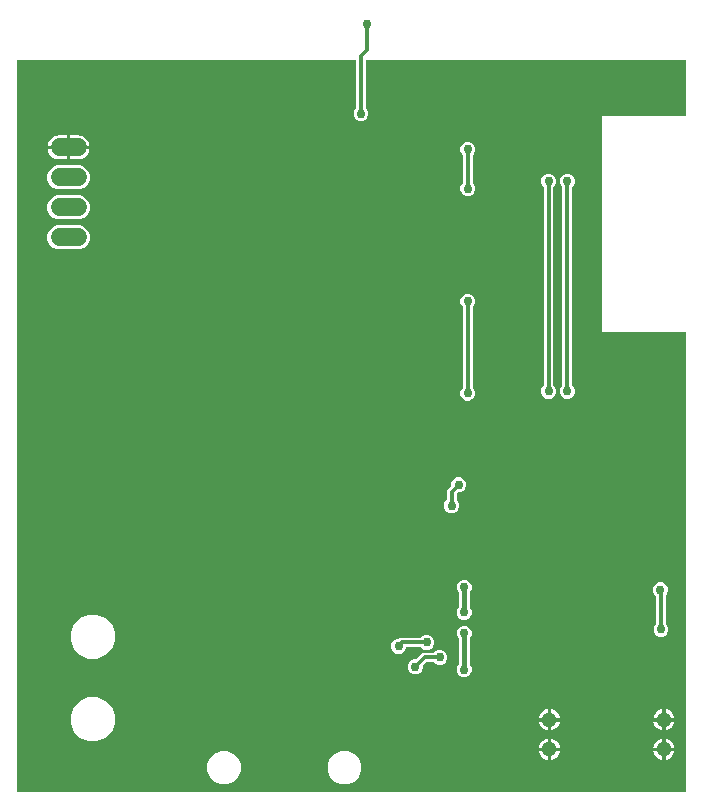
<source format=gbr>
G04 EAGLE Gerber RS-274X export*
G75*
%MOMM*%
%FSLAX34Y34*%
%LPD*%
%INBottom Copper*%
%IPPOS*%
%AMOC8*
5,1,8,0,0,1.08239X$1,22.5*%
G01*
%ADD10C,1.308000*%
%ADD11C,1.524000*%
%ADD12C,0.756400*%
%ADD13C,0.304800*%
%ADD14C,0.406400*%

G36*
X576447Y10164D02*
X576447Y10164D01*
X576467Y10162D01*
X576568Y10184D01*
X576670Y10200D01*
X576688Y10210D01*
X576707Y10214D01*
X576796Y10267D01*
X576887Y10316D01*
X576901Y10330D01*
X576918Y10340D01*
X576986Y10419D01*
X577057Y10494D01*
X577065Y10512D01*
X577078Y10527D01*
X577117Y10623D01*
X577160Y10717D01*
X577163Y10737D01*
X577170Y10755D01*
X577188Y10922D01*
X577188Y13156D01*
X577189Y13161D01*
X577214Y108006D01*
X577214Y398463D01*
X577211Y398482D01*
X577213Y398502D01*
X577191Y398603D01*
X577175Y398705D01*
X577165Y398723D01*
X577161Y398742D01*
X577108Y398831D01*
X577059Y398923D01*
X577045Y398936D01*
X577035Y398953D01*
X576956Y399021D01*
X576881Y399092D01*
X576863Y399100D01*
X576848Y399113D01*
X576752Y399152D01*
X576658Y399196D01*
X576638Y399198D01*
X576620Y399205D01*
X576453Y399224D01*
X505586Y399224D01*
X505586Y581851D01*
X576453Y581851D01*
X576473Y581854D01*
X576492Y581852D01*
X576594Y581874D01*
X576696Y581891D01*
X576713Y581900D01*
X576733Y581905D01*
X576822Y581958D01*
X576913Y582006D01*
X576927Y582021D01*
X576944Y582031D01*
X577011Y582109D01*
X577083Y582184D01*
X577091Y582202D01*
X577104Y582218D01*
X577143Y582314D01*
X577186Y582408D01*
X577188Y582427D01*
X577196Y582446D01*
X577214Y582613D01*
X577214Y628650D01*
X577211Y628670D01*
X577213Y628689D01*
X577191Y628791D01*
X577175Y628893D01*
X577165Y628910D01*
X577161Y628930D01*
X577108Y629019D01*
X577059Y629110D01*
X577045Y629124D01*
X577035Y629141D01*
X576956Y629208D01*
X576881Y629280D01*
X576863Y629288D01*
X576848Y629301D01*
X576752Y629340D01*
X576658Y629383D01*
X576638Y629385D01*
X576620Y629393D01*
X576453Y629411D01*
X306451Y629411D01*
X306431Y629408D01*
X306412Y629410D01*
X306310Y629388D01*
X306208Y629372D01*
X306191Y629362D01*
X306171Y629358D01*
X306082Y629305D01*
X305991Y629256D01*
X305977Y629242D01*
X305960Y629232D01*
X305893Y629153D01*
X305821Y629078D01*
X305813Y629060D01*
X305800Y629045D01*
X305761Y628949D01*
X305718Y628855D01*
X305716Y628835D01*
X305708Y628817D01*
X305690Y628650D01*
X305690Y589392D01*
X305704Y589302D01*
X305712Y589211D01*
X305724Y589182D01*
X305729Y589150D01*
X305772Y589069D01*
X305808Y588985D01*
X305834Y588953D01*
X305845Y588932D01*
X305868Y588910D01*
X305913Y588854D01*
X306985Y587782D01*
X307948Y585458D01*
X307948Y582942D01*
X306985Y580618D01*
X305207Y578840D01*
X302883Y577877D01*
X300367Y577877D01*
X298043Y578840D01*
X296265Y580618D01*
X295302Y582942D01*
X295302Y585458D01*
X296265Y587782D01*
X297337Y588854D01*
X297390Y588928D01*
X297450Y588997D01*
X297462Y589028D01*
X297481Y589054D01*
X297508Y589141D01*
X297542Y589226D01*
X297546Y589267D01*
X297553Y589289D01*
X297552Y589321D01*
X297560Y589392D01*
X297560Y628650D01*
X297557Y628670D01*
X297559Y628689D01*
X297537Y628791D01*
X297521Y628893D01*
X297511Y628910D01*
X297507Y628930D01*
X297454Y629019D01*
X297405Y629110D01*
X297391Y629124D01*
X297381Y629141D01*
X297302Y629208D01*
X297227Y629280D01*
X297209Y629288D01*
X297194Y629301D01*
X297098Y629340D01*
X297004Y629383D01*
X296984Y629385D01*
X296966Y629393D01*
X296799Y629411D01*
X10922Y629411D01*
X10902Y629408D01*
X10883Y629410D01*
X10781Y629388D01*
X10679Y629372D01*
X10662Y629362D01*
X10642Y629358D01*
X10553Y629305D01*
X10462Y629256D01*
X10448Y629242D01*
X10431Y629232D01*
X10364Y629153D01*
X10292Y629078D01*
X10284Y629060D01*
X10271Y629045D01*
X10232Y628949D01*
X10189Y628855D01*
X10187Y628835D01*
X10179Y628817D01*
X10161Y628650D01*
X10161Y10922D01*
X10164Y10902D01*
X10162Y10883D01*
X10184Y10781D01*
X10200Y10679D01*
X10210Y10662D01*
X10214Y10642D01*
X10267Y10553D01*
X10316Y10462D01*
X10330Y10448D01*
X10340Y10431D01*
X10419Y10364D01*
X10494Y10292D01*
X10512Y10284D01*
X10527Y10271D01*
X10623Y10232D01*
X10717Y10189D01*
X10737Y10187D01*
X10755Y10179D01*
X10922Y10161D01*
X576427Y10161D01*
X576447Y10164D01*
G37*
%LPC*%
G36*
X474992Y342927D02*
X474992Y342927D01*
X472668Y343890D01*
X470890Y345668D01*
X469927Y347992D01*
X469927Y350508D01*
X470890Y352832D01*
X471962Y353904D01*
X472015Y353978D01*
X472075Y354047D01*
X472087Y354078D01*
X472106Y354104D01*
X472133Y354191D01*
X472167Y354276D01*
X472171Y354317D01*
X472178Y354339D01*
X472177Y354371D01*
X472185Y354442D01*
X472185Y521858D01*
X472171Y521948D01*
X472163Y522039D01*
X472151Y522068D01*
X472146Y522100D01*
X472103Y522181D01*
X472067Y522265D01*
X472041Y522297D01*
X472030Y522318D01*
X472007Y522340D01*
X471962Y522396D01*
X470890Y523468D01*
X469927Y525792D01*
X469927Y528308D01*
X470890Y530632D01*
X472668Y532410D01*
X474992Y533373D01*
X477508Y533373D01*
X479832Y532410D01*
X481610Y530632D01*
X482573Y528308D01*
X482573Y525792D01*
X481610Y523468D01*
X480538Y522396D01*
X480485Y522322D01*
X480425Y522253D01*
X480413Y522222D01*
X480394Y522196D01*
X480367Y522109D01*
X480333Y522024D01*
X480329Y521983D01*
X480322Y521961D01*
X480323Y521929D01*
X480315Y521858D01*
X480315Y354442D01*
X480329Y354352D01*
X480337Y354261D01*
X480349Y354232D01*
X480354Y354200D01*
X480397Y354119D01*
X480433Y354035D01*
X480459Y354003D01*
X480470Y353982D01*
X480493Y353960D01*
X480538Y353904D01*
X481610Y352832D01*
X482573Y350508D01*
X482573Y347992D01*
X481610Y345668D01*
X479832Y343890D01*
X477508Y342927D01*
X474992Y342927D01*
G37*
%LPD*%
%LPC*%
G36*
X459117Y342927D02*
X459117Y342927D01*
X456793Y343890D01*
X455015Y345668D01*
X454052Y347992D01*
X454052Y350508D01*
X455015Y352832D01*
X456087Y353904D01*
X456140Y353978D01*
X456200Y354047D01*
X456212Y354078D01*
X456231Y354104D01*
X456258Y354191D01*
X456292Y354276D01*
X456296Y354317D01*
X456303Y354339D01*
X456302Y354371D01*
X456310Y354442D01*
X456310Y521858D01*
X456296Y521948D01*
X456288Y522039D01*
X456276Y522068D01*
X456271Y522100D01*
X456228Y522181D01*
X456192Y522265D01*
X456166Y522297D01*
X456155Y522318D01*
X456132Y522340D01*
X456087Y522396D01*
X455015Y523468D01*
X454052Y525792D01*
X454052Y528308D01*
X455015Y530632D01*
X456793Y532410D01*
X459117Y533373D01*
X461633Y533373D01*
X463957Y532410D01*
X465735Y530632D01*
X466698Y528308D01*
X466698Y525792D01*
X465735Y523468D01*
X464663Y522396D01*
X464610Y522322D01*
X464550Y522253D01*
X464538Y522222D01*
X464519Y522196D01*
X464492Y522109D01*
X464458Y522024D01*
X464454Y521983D01*
X464447Y521961D01*
X464448Y521929D01*
X464440Y521858D01*
X464440Y354442D01*
X464454Y354352D01*
X464462Y354261D01*
X464474Y354232D01*
X464479Y354200D01*
X464522Y354119D01*
X464558Y354035D01*
X464584Y354003D01*
X464595Y353982D01*
X464618Y353960D01*
X464663Y353904D01*
X465735Y352832D01*
X466698Y350508D01*
X466698Y347992D01*
X465735Y345668D01*
X463957Y343890D01*
X461633Y342927D01*
X459117Y342927D01*
G37*
%LPD*%
%LPC*%
G36*
X70901Y122852D02*
X70901Y122852D01*
X64042Y125693D01*
X58793Y130942D01*
X55952Y137801D01*
X55952Y145224D01*
X58793Y152083D01*
X64042Y157332D01*
X70901Y160173D01*
X78324Y160173D01*
X85183Y157332D01*
X90432Y152083D01*
X93273Y145224D01*
X93273Y137801D01*
X90432Y130942D01*
X85183Y125693D01*
X78324Y122852D01*
X70901Y122852D01*
G37*
%LPD*%
%LPC*%
G36*
X70901Y52852D02*
X70901Y52852D01*
X64042Y55693D01*
X58793Y60942D01*
X55952Y67801D01*
X55952Y75224D01*
X58793Y82083D01*
X64042Y87332D01*
X70901Y90173D01*
X78324Y90173D01*
X85183Y87332D01*
X90432Y82083D01*
X93273Y75224D01*
X93273Y67801D01*
X90432Y60942D01*
X85183Y55693D01*
X78324Y52852D01*
X70901Y52852D01*
G37*
%LPD*%
%LPC*%
G36*
X390855Y341340D02*
X390855Y341340D01*
X388531Y342302D01*
X386752Y344081D01*
X385790Y346405D01*
X385790Y348920D01*
X386752Y351244D01*
X387825Y352317D01*
X387878Y352390D01*
X387937Y352460D01*
X387950Y352490D01*
X387968Y352516D01*
X387995Y352603D01*
X388029Y352688D01*
X388034Y352729D01*
X388041Y352751D01*
X388040Y352784D01*
X388048Y352855D01*
X388048Y420258D01*
X388033Y420348D01*
X388026Y420439D01*
X388013Y420468D01*
X388008Y420500D01*
X387965Y420581D01*
X387930Y420665D01*
X387904Y420697D01*
X387893Y420718D01*
X387870Y420740D01*
X387825Y420796D01*
X386752Y421868D01*
X385790Y424192D01*
X385790Y426708D01*
X386752Y429032D01*
X388531Y430810D01*
X390855Y431773D01*
X393370Y431773D01*
X395694Y430810D01*
X397473Y429032D01*
X398435Y426708D01*
X398435Y424192D01*
X397473Y421868D01*
X396400Y420796D01*
X396347Y420722D01*
X396288Y420653D01*
X396275Y420622D01*
X396257Y420596D01*
X396230Y420509D01*
X396196Y420424D01*
X396191Y420383D01*
X396184Y420361D01*
X396185Y420329D01*
X396177Y420258D01*
X396177Y352855D01*
X396192Y352765D01*
X396199Y352674D01*
X396212Y352644D01*
X396217Y352612D01*
X396260Y352531D01*
X396295Y352447D01*
X396321Y352415D01*
X396332Y352395D01*
X396355Y352372D01*
X396400Y352317D01*
X397473Y351244D01*
X398435Y348920D01*
X398435Y346405D01*
X397473Y344081D01*
X395694Y342302D01*
X393370Y341340D01*
X390855Y341340D01*
G37*
%LPD*%
%LPC*%
G36*
X44334Y494664D02*
X44334Y494664D01*
X40599Y496211D01*
X37741Y499069D01*
X36194Y502804D01*
X36194Y506846D01*
X37741Y510581D01*
X40599Y513439D01*
X44334Y514986D01*
X63616Y514986D01*
X67351Y513439D01*
X70209Y510581D01*
X71756Y506846D01*
X71756Y502804D01*
X70209Y499069D01*
X67351Y496211D01*
X63616Y494664D01*
X44334Y494664D01*
G37*
%LPD*%
%LPC*%
G36*
X44334Y520064D02*
X44334Y520064D01*
X40599Y521611D01*
X37741Y524469D01*
X36194Y528204D01*
X36194Y532246D01*
X37741Y535981D01*
X40599Y538839D01*
X44334Y540386D01*
X63616Y540386D01*
X67351Y538839D01*
X70209Y535981D01*
X71756Y532246D01*
X71756Y528204D01*
X70209Y524469D01*
X67351Y521611D01*
X63616Y520064D01*
X44334Y520064D01*
G37*
%LPD*%
%LPC*%
G36*
X44334Y469264D02*
X44334Y469264D01*
X40599Y470811D01*
X37741Y473669D01*
X36194Y477404D01*
X36194Y481446D01*
X37741Y485181D01*
X40599Y488039D01*
X44334Y489586D01*
X63616Y489586D01*
X67351Y488039D01*
X70209Y485181D01*
X71756Y481446D01*
X71756Y477404D01*
X70209Y473669D01*
X67351Y470811D01*
X63616Y469264D01*
X44334Y469264D01*
G37*
%LPD*%
%LPC*%
G36*
X284721Y16289D02*
X284721Y16289D01*
X279516Y18445D01*
X275533Y22429D01*
X273377Y27633D01*
X273377Y33267D01*
X275533Y38471D01*
X279516Y42455D01*
X284721Y44611D01*
X290354Y44611D01*
X295559Y42455D01*
X299542Y38471D01*
X301698Y33267D01*
X301698Y27633D01*
X299542Y22429D01*
X295559Y18445D01*
X290354Y16289D01*
X284721Y16289D01*
G37*
%LPD*%
%LPC*%
G36*
X182721Y16289D02*
X182721Y16289D01*
X177516Y18445D01*
X173533Y22429D01*
X171377Y27633D01*
X171377Y33267D01*
X173533Y38471D01*
X177516Y42455D01*
X182721Y44611D01*
X188354Y44611D01*
X193559Y42455D01*
X197542Y38471D01*
X199698Y33267D01*
X199698Y27633D01*
X197542Y22429D01*
X193559Y18445D01*
X188354Y16289D01*
X182721Y16289D01*
G37*
%LPD*%
%LPC*%
G36*
X387680Y107184D02*
X387680Y107184D01*
X385356Y108146D01*
X383577Y109925D01*
X382615Y112249D01*
X382615Y114764D01*
X383577Y117088D01*
X384142Y117652D01*
X384195Y117726D01*
X384254Y117796D01*
X384267Y117826D01*
X384285Y117852D01*
X384312Y117939D01*
X384346Y118024D01*
X384351Y118065D01*
X384358Y118087D01*
X384357Y118119D01*
X384365Y118191D01*
X384365Y139778D01*
X384350Y139868D01*
X384343Y139959D01*
X384330Y139989D01*
X384325Y140021D01*
X384282Y140102D01*
X384247Y140186D01*
X384221Y140218D01*
X384210Y140238D01*
X384187Y140261D01*
X384142Y140316D01*
X383577Y140881D01*
X382615Y143205D01*
X382615Y145720D01*
X383577Y148044D01*
X385356Y149823D01*
X387680Y150785D01*
X390195Y150785D01*
X392519Y149823D01*
X394298Y148044D01*
X395260Y145720D01*
X395260Y143205D01*
X394298Y140881D01*
X393733Y140316D01*
X393680Y140243D01*
X393621Y140173D01*
X393608Y140143D01*
X393590Y140117D01*
X393563Y140030D01*
X393529Y139945D01*
X393524Y139904D01*
X393517Y139882D01*
X393518Y139849D01*
X393510Y139778D01*
X393510Y118191D01*
X393525Y118100D01*
X393532Y118010D01*
X393545Y117980D01*
X393550Y117948D01*
X393593Y117867D01*
X393628Y117783D01*
X393654Y117751D01*
X393665Y117730D01*
X393688Y117708D01*
X393733Y117652D01*
X394298Y117088D01*
X395260Y114764D01*
X395260Y112249D01*
X394298Y109925D01*
X392519Y108146D01*
X390195Y107184D01*
X387680Y107184D01*
G37*
%LPD*%
%LPC*%
G36*
X554367Y141315D02*
X554367Y141315D01*
X552043Y142277D01*
X550265Y144056D01*
X549302Y146380D01*
X549302Y148895D01*
X550265Y151219D01*
X551337Y152292D01*
X551390Y152365D01*
X551450Y152435D01*
X551462Y152465D01*
X551481Y152491D01*
X551508Y152578D01*
X551542Y152663D01*
X551546Y152704D01*
X551553Y152726D01*
X551552Y152759D01*
X551560Y152830D01*
X551560Y175303D01*
X551546Y175393D01*
X551538Y175484D01*
X551526Y175513D01*
X551521Y175545D01*
X551478Y175626D01*
X551442Y175710D01*
X551416Y175742D01*
X551405Y175763D01*
X551382Y175785D01*
X551337Y175841D01*
X549785Y177393D01*
X548822Y179717D01*
X548822Y182233D01*
X549785Y184557D01*
X551563Y186335D01*
X553887Y187298D01*
X556403Y187298D01*
X558727Y186335D01*
X560505Y184557D01*
X561468Y182233D01*
X561468Y179717D01*
X560505Y177393D01*
X559913Y176801D01*
X559860Y176727D01*
X559800Y176658D01*
X559788Y176627D01*
X559769Y176601D01*
X559742Y176514D01*
X559708Y176429D01*
X559704Y176388D01*
X559697Y176366D01*
X559698Y176334D01*
X559690Y176263D01*
X559690Y152830D01*
X559704Y152740D01*
X559712Y152649D01*
X559724Y152619D01*
X559729Y152587D01*
X559772Y152506D01*
X559808Y152422D01*
X559834Y152390D01*
X559845Y152370D01*
X559868Y152347D01*
X559913Y152292D01*
X560985Y151219D01*
X561948Y148895D01*
X561948Y146380D01*
X560985Y144056D01*
X559207Y142277D01*
X556883Y141315D01*
X554367Y141315D01*
G37*
%LPD*%
%LPC*%
G36*
X390855Y514377D02*
X390855Y514377D01*
X388531Y515340D01*
X386752Y517118D01*
X385790Y519442D01*
X385790Y521958D01*
X386752Y524282D01*
X387825Y525354D01*
X387878Y525428D01*
X387937Y525497D01*
X387949Y525527D01*
X387968Y525554D01*
X387995Y525641D01*
X388029Y525726D01*
X388034Y525766D01*
X388041Y525789D01*
X388040Y525821D01*
X388048Y525892D01*
X388048Y548845D01*
X388033Y548935D01*
X388026Y549026D01*
X388013Y549056D01*
X388008Y549088D01*
X387965Y549169D01*
X387930Y549253D01*
X387904Y549285D01*
X387893Y549305D01*
X387870Y549327D01*
X387825Y549384D01*
X386752Y550456D01*
X385790Y552780D01*
X385790Y555295D01*
X386752Y557619D01*
X388531Y559398D01*
X390855Y560360D01*
X393370Y560360D01*
X395694Y559398D01*
X397473Y557619D01*
X398435Y555295D01*
X398435Y552780D01*
X397473Y550456D01*
X396400Y549384D01*
X396347Y549310D01*
X396288Y549240D01*
X396276Y549210D01*
X396257Y549184D01*
X396230Y549097D01*
X396196Y549012D01*
X396191Y548971D01*
X396184Y548949D01*
X396185Y548917D01*
X396177Y548845D01*
X396177Y525892D01*
X396192Y525802D01*
X396199Y525711D01*
X396212Y525681D01*
X396217Y525650D01*
X396260Y525569D01*
X396295Y525485D01*
X396321Y525453D01*
X396332Y525432D01*
X396355Y525410D01*
X396400Y525354D01*
X397473Y524282D01*
X398435Y521958D01*
X398435Y519442D01*
X397473Y517118D01*
X395694Y515340D01*
X393370Y514377D01*
X390855Y514377D01*
G37*
%LPD*%
%LPC*%
G36*
X332117Y127027D02*
X332117Y127027D01*
X329793Y127990D01*
X328015Y129768D01*
X327052Y132092D01*
X327052Y134608D01*
X328015Y136932D01*
X329793Y138710D01*
X332117Y139673D01*
X333634Y139673D01*
X333724Y139687D01*
X333815Y139695D01*
X333845Y139707D01*
X333877Y139712D01*
X333957Y139755D01*
X334041Y139791D01*
X334073Y139817D01*
X334094Y139828D01*
X334116Y139851D01*
X334172Y139896D01*
X334866Y140590D01*
X351995Y140590D01*
X352085Y140604D01*
X352176Y140612D01*
X352206Y140624D01*
X352238Y140629D01*
X352319Y140672D01*
X352403Y140708D01*
X352435Y140734D01*
X352455Y140745D01*
X352477Y140768D01*
X352534Y140813D01*
X353606Y141885D01*
X355930Y142848D01*
X358445Y142848D01*
X360769Y141885D01*
X362548Y140107D01*
X363510Y137783D01*
X363510Y135267D01*
X362548Y132943D01*
X360769Y131165D01*
X358445Y130202D01*
X355930Y130202D01*
X353606Y131165D01*
X352534Y132237D01*
X352460Y132290D01*
X352390Y132350D01*
X352360Y132362D01*
X352334Y132381D01*
X352247Y132408D01*
X352162Y132442D01*
X352121Y132446D01*
X352099Y132453D01*
X352067Y132452D01*
X351995Y132460D01*
X340359Y132460D01*
X340244Y132441D01*
X340128Y132424D01*
X340122Y132422D01*
X340116Y132421D01*
X340013Y132366D01*
X339909Y132313D01*
X339904Y132308D01*
X339899Y132305D01*
X339818Y132221D01*
X339736Y132137D01*
X339733Y132131D01*
X339729Y132127D01*
X339721Y132110D01*
X339655Y131990D01*
X338735Y129768D01*
X336957Y127990D01*
X334633Y127027D01*
X332117Y127027D01*
G37*
%LPD*%
%LPC*%
G36*
X346405Y109565D02*
X346405Y109565D01*
X344081Y110527D01*
X342302Y112306D01*
X341340Y114630D01*
X341340Y117145D01*
X342302Y119469D01*
X344081Y121248D01*
X346405Y122210D01*
X347922Y122210D01*
X348012Y122225D01*
X348103Y122232D01*
X348132Y122245D01*
X348164Y122250D01*
X348245Y122293D01*
X348329Y122328D01*
X348361Y122354D01*
X348382Y122365D01*
X348404Y122388D01*
X348460Y122433D01*
X353916Y127890D01*
X363108Y127890D01*
X363198Y127904D01*
X363289Y127912D01*
X363318Y127924D01*
X363350Y127929D01*
X363431Y127972D01*
X363515Y128008D01*
X363547Y128034D01*
X363568Y128045D01*
X363590Y128068D01*
X363646Y128113D01*
X364718Y129185D01*
X367042Y130148D01*
X369558Y130148D01*
X371882Y129185D01*
X373660Y127407D01*
X374623Y125083D01*
X374623Y122567D01*
X373660Y120243D01*
X371882Y118465D01*
X369558Y117502D01*
X367042Y117502D01*
X364718Y118465D01*
X363646Y119537D01*
X363572Y119590D01*
X363503Y119650D01*
X363472Y119662D01*
X363446Y119681D01*
X363359Y119708D01*
X363274Y119742D01*
X363233Y119746D01*
X363211Y119753D01*
X363179Y119752D01*
X363108Y119760D01*
X357599Y119760D01*
X357509Y119746D01*
X357418Y119738D01*
X357388Y119726D01*
X357356Y119721D01*
X357276Y119678D01*
X357192Y119642D01*
X357160Y119616D01*
X357139Y119605D01*
X357117Y119582D01*
X357061Y119537D01*
X354208Y116685D01*
X354155Y116611D01*
X354096Y116541D01*
X354083Y116511D01*
X354065Y116485D01*
X354038Y116398D01*
X354004Y116313D01*
X353999Y116272D01*
X353992Y116250D01*
X353993Y116218D01*
X353985Y116147D01*
X353985Y114630D01*
X353023Y112306D01*
X351244Y110527D01*
X348920Y109565D01*
X346405Y109565D01*
G37*
%LPD*%
%LPC*%
G36*
X387680Y155602D02*
X387680Y155602D01*
X385356Y156565D01*
X383577Y158343D01*
X382615Y160667D01*
X382615Y163183D01*
X383577Y165507D01*
X384142Y166071D01*
X384195Y166145D01*
X384254Y166214D01*
X384267Y166245D01*
X384285Y166271D01*
X384312Y166358D01*
X384346Y166443D01*
X384351Y166484D01*
X384358Y166506D01*
X384357Y166538D01*
X384365Y166609D01*
X384365Y178672D01*
X384350Y178762D01*
X384343Y178853D01*
X384330Y178883D01*
X384325Y178915D01*
X384282Y178995D01*
X384247Y179079D01*
X384221Y179111D01*
X384210Y179132D01*
X384187Y179154D01*
X384142Y179210D01*
X383577Y179775D01*
X382615Y182099D01*
X382615Y184614D01*
X383577Y186938D01*
X385356Y188716D01*
X387680Y189679D01*
X390195Y189679D01*
X392519Y188716D01*
X394298Y186938D01*
X395260Y184614D01*
X395260Y182099D01*
X394298Y179775D01*
X393733Y179210D01*
X393680Y179136D01*
X393621Y179067D01*
X393608Y179037D01*
X393590Y179010D01*
X393563Y178924D01*
X393529Y178839D01*
X393524Y178798D01*
X393517Y178775D01*
X393518Y178743D01*
X393510Y178672D01*
X393510Y166609D01*
X393525Y166519D01*
X393532Y166428D01*
X393545Y166399D01*
X393550Y166367D01*
X393593Y166286D01*
X393628Y166202D01*
X393654Y166170D01*
X393665Y166149D01*
X393688Y166127D01*
X393733Y166071D01*
X394298Y165507D01*
X395260Y163183D01*
X395260Y160667D01*
X394298Y158343D01*
X392519Y156565D01*
X390195Y155602D01*
X387680Y155602D01*
G37*
%LPD*%
%LPC*%
G36*
X377167Y246090D02*
X377167Y246090D01*
X374843Y247052D01*
X373064Y248831D01*
X372102Y251155D01*
X372102Y253670D01*
X373064Y255994D01*
X374137Y257067D01*
X374185Y257133D01*
X374190Y257139D01*
X374192Y257143D01*
X374249Y257210D01*
X374262Y257240D01*
X374280Y257266D01*
X374307Y257353D01*
X374341Y257438D01*
X374346Y257479D01*
X374353Y257501D01*
X374352Y257534D01*
X374360Y257605D01*
X374360Y265808D01*
X376964Y268412D01*
X377629Y269078D01*
X377683Y269152D01*
X377742Y269221D01*
X377754Y269251D01*
X377773Y269277D01*
X377800Y269364D01*
X377834Y269449D01*
X377838Y269490D01*
X377845Y269512D01*
X377844Y269545D01*
X377852Y269616D01*
X377852Y271133D01*
X378815Y273457D01*
X380593Y275235D01*
X382917Y276198D01*
X385433Y276198D01*
X387757Y275235D01*
X389535Y273457D01*
X390498Y271133D01*
X390498Y268617D01*
X389535Y266293D01*
X387757Y264515D01*
X385433Y263552D01*
X383916Y263552D01*
X383826Y263538D01*
X383735Y263530D01*
X383705Y263518D01*
X383673Y263513D01*
X383593Y263470D01*
X383509Y263434D01*
X383476Y263408D01*
X383456Y263397D01*
X383434Y263374D01*
X383378Y263329D01*
X382712Y262664D01*
X382669Y262604D01*
X382630Y262563D01*
X382623Y262548D01*
X382600Y262520D01*
X382588Y262490D01*
X382569Y262464D01*
X382542Y262377D01*
X382530Y262347D01*
X382526Y262339D01*
X382526Y262338D01*
X382508Y262292D01*
X382503Y262251D01*
X382496Y262229D01*
X382497Y262197D01*
X382489Y262126D01*
X382489Y257605D01*
X382504Y257515D01*
X382511Y257424D01*
X382524Y257394D01*
X382529Y257362D01*
X382572Y257281D01*
X382607Y257197D01*
X382633Y257165D01*
X382644Y257145D01*
X382667Y257122D01*
X382712Y257067D01*
X383785Y255994D01*
X384747Y253670D01*
X384747Y251155D01*
X383785Y248831D01*
X382006Y247052D01*
X379682Y246090D01*
X377167Y246090D01*
G37*
%LPD*%
%LPC*%
G36*
X55498Y557148D02*
X55498Y557148D01*
X55498Y565786D01*
X62395Y565786D01*
X63974Y565536D01*
X65495Y565041D01*
X66920Y564315D01*
X68214Y563375D01*
X69345Y562244D01*
X70285Y560950D01*
X71011Y559525D01*
X71506Y558004D01*
X71641Y557148D01*
X55498Y557148D01*
G37*
%LPD*%
%LPC*%
G36*
X36309Y557148D02*
X36309Y557148D01*
X36444Y558004D01*
X36939Y559525D01*
X37665Y560950D01*
X38605Y562244D01*
X39736Y563375D01*
X41030Y564315D01*
X42455Y565041D01*
X43976Y565536D01*
X45555Y565786D01*
X52452Y565786D01*
X52452Y557148D01*
X36309Y557148D01*
G37*
%LPD*%
%LPC*%
G36*
X55498Y545464D02*
X55498Y545464D01*
X55498Y554102D01*
X71641Y554102D01*
X71506Y553246D01*
X71011Y551725D01*
X70285Y550300D01*
X69345Y549006D01*
X68214Y547875D01*
X66920Y546935D01*
X65495Y546209D01*
X63974Y545714D01*
X62395Y545464D01*
X55498Y545464D01*
G37*
%LPD*%
%LPC*%
G36*
X45555Y545464D02*
X45555Y545464D01*
X43976Y545714D01*
X42455Y546209D01*
X41030Y546935D01*
X39736Y547875D01*
X38605Y549006D01*
X37665Y550300D01*
X36939Y551725D01*
X36444Y553246D01*
X36309Y554102D01*
X52452Y554102D01*
X52452Y545464D01*
X45555Y545464D01*
G37*
%LPD*%
%LPC*%
G36*
X462611Y72561D02*
X462611Y72561D01*
X462611Y79993D01*
X463736Y79769D01*
X465389Y79085D01*
X466876Y78091D01*
X468141Y76826D01*
X469135Y75339D01*
X469819Y73686D01*
X470043Y72561D01*
X462611Y72561D01*
G37*
%LPD*%
%LPC*%
G36*
X559611Y72561D02*
X559611Y72561D01*
X559611Y79993D01*
X560736Y79769D01*
X562389Y79085D01*
X563876Y78091D01*
X565141Y76826D01*
X566135Y75339D01*
X566819Y73686D01*
X567043Y72561D01*
X559611Y72561D01*
G37*
%LPD*%
%LPC*%
G36*
X462611Y47561D02*
X462611Y47561D01*
X462611Y54993D01*
X463736Y54769D01*
X465389Y54085D01*
X466876Y53091D01*
X468141Y51826D01*
X469135Y50339D01*
X469819Y48686D01*
X470043Y47561D01*
X462611Y47561D01*
G37*
%LPD*%
%LPC*%
G36*
X559611Y47561D02*
X559611Y47561D01*
X559611Y54993D01*
X560736Y54769D01*
X562389Y54085D01*
X563876Y53091D01*
X565141Y51826D01*
X566135Y50339D01*
X566819Y48686D01*
X567043Y47561D01*
X559611Y47561D01*
G37*
%LPD*%
%LPC*%
G36*
X559611Y69514D02*
X559611Y69514D01*
X567043Y69514D01*
X566819Y68389D01*
X566135Y66736D01*
X565141Y65249D01*
X563876Y63984D01*
X562389Y62990D01*
X560736Y62306D01*
X559611Y62082D01*
X559611Y69514D01*
G37*
%LPD*%
%LPC*%
G36*
X462611Y69514D02*
X462611Y69514D01*
X470043Y69514D01*
X469819Y68389D01*
X469135Y66736D01*
X468141Y65249D01*
X466876Y63984D01*
X465389Y62990D01*
X463736Y62306D01*
X462611Y62082D01*
X462611Y69514D01*
G37*
%LPD*%
%LPC*%
G36*
X549132Y72561D02*
X549132Y72561D01*
X549356Y73686D01*
X550040Y75339D01*
X551034Y76826D01*
X552299Y78091D01*
X553786Y79085D01*
X555439Y79769D01*
X556564Y79993D01*
X556564Y72561D01*
X549132Y72561D01*
G37*
%LPD*%
%LPC*%
G36*
X452132Y47561D02*
X452132Y47561D01*
X452356Y48686D01*
X453040Y50339D01*
X454034Y51826D01*
X455299Y53091D01*
X456786Y54085D01*
X458439Y54769D01*
X459564Y54993D01*
X459564Y47561D01*
X452132Y47561D01*
G37*
%LPD*%
%LPC*%
G36*
X549132Y47561D02*
X549132Y47561D01*
X549356Y48686D01*
X550040Y50339D01*
X551034Y51826D01*
X552299Y53091D01*
X553786Y54085D01*
X555439Y54769D01*
X556564Y54993D01*
X556564Y47561D01*
X549132Y47561D01*
G37*
%LPD*%
%LPC*%
G36*
X452132Y72561D02*
X452132Y72561D01*
X452356Y73686D01*
X453040Y75339D01*
X454034Y76826D01*
X455299Y78091D01*
X456786Y79085D01*
X458439Y79769D01*
X459564Y79993D01*
X459564Y72561D01*
X452132Y72561D01*
G37*
%LPD*%
%LPC*%
G36*
X559611Y44514D02*
X559611Y44514D01*
X567043Y44514D01*
X566819Y43389D01*
X566135Y41736D01*
X565141Y40249D01*
X563876Y38984D01*
X562389Y37990D01*
X560736Y37306D01*
X559611Y37082D01*
X559611Y44514D01*
G37*
%LPD*%
%LPC*%
G36*
X462611Y44514D02*
X462611Y44514D01*
X470043Y44514D01*
X469819Y43389D01*
X469135Y41736D01*
X468141Y40249D01*
X466876Y38984D01*
X465389Y37990D01*
X463736Y37306D01*
X462611Y37082D01*
X462611Y44514D01*
G37*
%LPD*%
%LPC*%
G36*
X555439Y62306D02*
X555439Y62306D01*
X553786Y62990D01*
X552299Y63984D01*
X551034Y65249D01*
X550040Y66736D01*
X549356Y68389D01*
X549132Y69514D01*
X556564Y69514D01*
X556564Y62082D01*
X555439Y62306D01*
G37*
%LPD*%
%LPC*%
G36*
X458439Y62306D02*
X458439Y62306D01*
X456786Y62990D01*
X455299Y63984D01*
X454034Y65249D01*
X453040Y66736D01*
X452356Y68389D01*
X452132Y69514D01*
X459564Y69514D01*
X459564Y62082D01*
X458439Y62306D01*
G37*
%LPD*%
%LPC*%
G36*
X555439Y37306D02*
X555439Y37306D01*
X553786Y37990D01*
X552299Y38984D01*
X551034Y40249D01*
X550040Y41736D01*
X549356Y43389D01*
X549132Y44514D01*
X556564Y44514D01*
X556564Y37082D01*
X555439Y37306D01*
G37*
%LPD*%
%LPC*%
G36*
X458439Y37306D02*
X458439Y37306D01*
X456786Y37990D01*
X455299Y38984D01*
X454034Y40249D01*
X453040Y41736D01*
X452356Y43389D01*
X452132Y44514D01*
X459564Y44514D01*
X459564Y37082D01*
X458439Y37306D01*
G37*
%LPD*%
%LPC*%
G36*
X461087Y71037D02*
X461087Y71037D01*
X461087Y71038D01*
X461088Y71038D01*
X461088Y71037D01*
X461087Y71037D01*
G37*
%LPD*%
%LPC*%
G36*
X53974Y555624D02*
X53974Y555624D01*
X53974Y555626D01*
X53976Y555626D01*
X53976Y555624D01*
X53974Y555624D01*
G37*
%LPD*%
%LPC*%
G36*
X558087Y46037D02*
X558087Y46037D01*
X558087Y46038D01*
X558088Y46038D01*
X558088Y46037D01*
X558087Y46037D01*
G37*
%LPD*%
%LPC*%
G36*
X461087Y46037D02*
X461087Y46037D01*
X461087Y46038D01*
X461088Y46038D01*
X461088Y46037D01*
X461087Y46037D01*
G37*
%LPD*%
%LPC*%
G36*
X558087Y71037D02*
X558087Y71037D01*
X558087Y71038D01*
X558088Y71038D01*
X558088Y71037D01*
X558087Y71037D01*
G37*
%LPD*%
D10*
X461088Y71038D03*
X558088Y71038D03*
X461088Y46038D03*
X558088Y46038D03*
D11*
X61595Y555625D02*
X46355Y555625D01*
X46355Y530225D02*
X61595Y530225D01*
X61595Y504825D02*
X46355Y504825D01*
X46355Y479425D02*
X61595Y479425D01*
D12*
X461963Y277813D03*
X461963Y290513D03*
X473075Y290513D03*
X473075Y277813D03*
X484188Y290513D03*
X484188Y277813D03*
X495300Y277813D03*
X495300Y290513D03*
X506413Y290513D03*
X506413Y277813D03*
X517525Y277813D03*
X517525Y290513D03*
X528638Y290513D03*
X528638Y277813D03*
X539750Y290513D03*
X539750Y277813D03*
X504825Y350838D03*
X515938Y350838D03*
X527050Y350838D03*
X538163Y350838D03*
X549275Y350838D03*
X560388Y350838D03*
X571500Y350838D03*
X441325Y245269D03*
X322263Y252413D03*
X180975Y539750D03*
X185738Y241300D03*
X125413Y233363D03*
X70644Y307975D03*
X323850Y150019D03*
X252413Y166688D03*
X537369Y84138D03*
X158750Y131763D03*
X199775Y611350D03*
X403225Y93663D03*
X357188Y136525D03*
X333375Y133350D03*
D13*
X336550Y136525D01*
X357188Y136525D01*
D12*
X347663Y115888D03*
D13*
X355600Y123825D01*
X368300Y123825D01*
D12*
X368300Y123825D03*
X388938Y183356D03*
D14*
X388938Y161925D01*
D12*
X388938Y161925D03*
X388938Y113506D03*
D14*
X388938Y144463D01*
D12*
X388938Y144463D03*
X476250Y527050D03*
D13*
X476250Y349250D01*
D12*
X476250Y349250D03*
X555145Y180975D03*
D13*
X555625Y180495D02*
X555625Y147638D01*
X555625Y180495D02*
X555145Y180975D01*
D12*
X555625Y147638D03*
X460375Y527050D03*
D13*
X460375Y349250D01*
D12*
X460375Y349250D03*
X301625Y584200D03*
D13*
X306388Y638175D02*
X306388Y660400D01*
X301625Y633413D02*
X301625Y584200D01*
X301625Y633413D02*
X306388Y638175D01*
D12*
X306388Y660400D03*
X378425Y252413D03*
X384175Y269875D03*
X392113Y347663D03*
X392113Y425450D03*
X392113Y520700D03*
X392113Y554038D03*
D13*
X384175Y269875D02*
X378425Y264125D01*
X378425Y252413D01*
X392113Y347663D02*
X392113Y425450D01*
X392113Y520700D02*
X392113Y554038D01*
M02*

</source>
